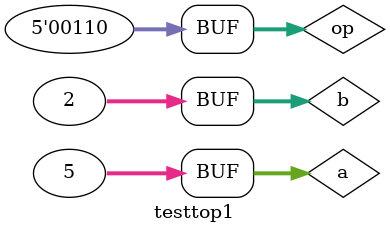
<source format=v>
`timescale 1ns / 1ps


module testtop1;

	// Inputs
	reg [31:0] a;
	reg [31:0] b;
	reg [4:0] op;

	// Outputs
	wire [31:0] out;

	// Instantiate the Unit Under Test (UUT)
	top uut (
		.a(a), 
		.b(b), 
		.op(op), 
		.out(out)
	);

	initial begin
		// Initialize Inputs
		a = 5;
		b = 2;
		op = 5'h00;

		// Wait 100 ns for global reset to finish
		#100;
		op=5'h01;
		#100;
		op=5'h02;
		#100;
		op=5'h03;
		#100;
		op=5'h04;
		#100;
		op=5'h05;
		#100;
		op=5'h06;
        
		// Add stimulus here

	end
      
endmodule


</source>
